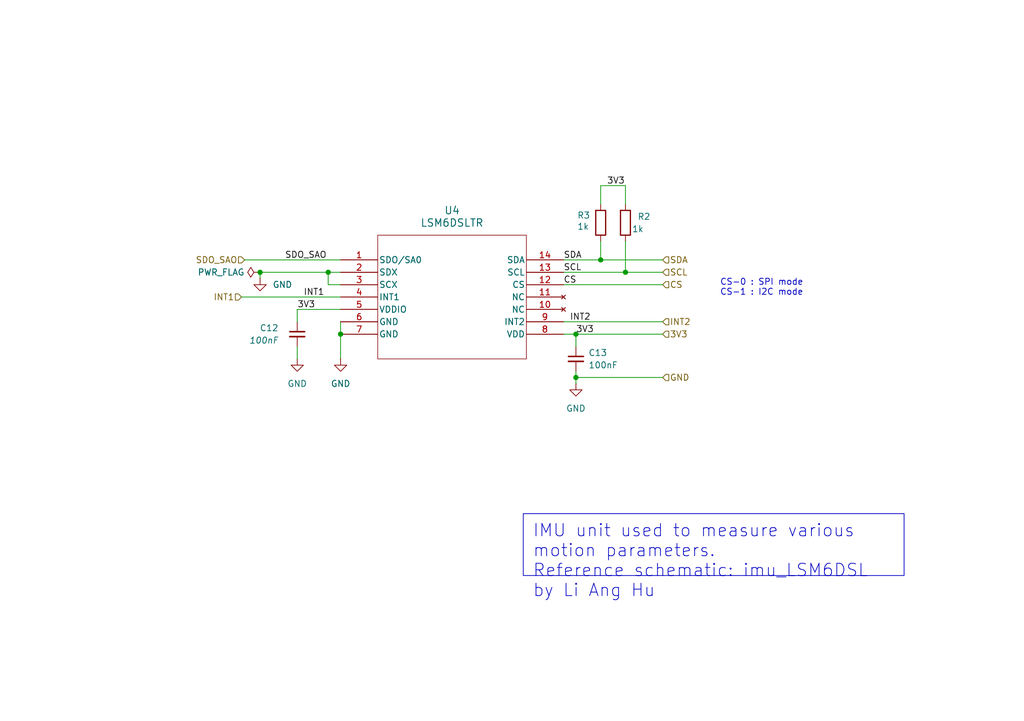
<source format=kicad_sch>
(kicad_sch (version 20231120) (generator "eeschema") (generator_version "8.0")
  (paper "A5")
  (lib_symbols
    (symbol "Device:C_Small" (pin_numbers hide) (pin_names (offset 0.254) hide)
      (property "Reference" "C" (at 0.254 1.778 0))
      (property "Value" "C_Small" (at 0.254 -2.032 0))
      (symbol "C_Small_0_1"
        (polyline (pts (xy -1.524 -0.508) (xy 1.524 -0.508)) (stroke (width 0.3302)))
        (polyline (pts (xy -1.524 0.508) (xy 1.524 0.508)) (stroke (width 0.3048)))
      )
      (symbol "C_Small_1_1"
        (pin passive line (at 0 2.54 270) (length 2.032) (name "~") (number "1"))
        (pin passive line (at 0 -2.54 90) (length 2.032) (name "~") (number "2"))
      )
    )
    (symbol "Device:R" (pin_numbers hide) (pin_names (offset 0))
      (property "Reference" "R" (at 2.032 0 90))
      (property "Value" "R" (at 0 0 90))
      (symbol "R_0_1"
        (rectangle (start -1.016 -2.54) (end 1.016 2.54) (stroke (width 0.254)))
      )
      (symbol "R_1_1"
        (pin passive line (at 0 3.81 270) (length 1.27) (name "~") (number "1"))
        (pin passive line (at 0 -3.81 90) (length 1.27) (name "~") (number "2"))
      )
    )
    (symbol "GND_1" (power) (pin_numbers hide) (pin_names (offset 0) hide)
      (property "Value" "GND" (at 0 -3.81 0))
      (symbol "GND_1_0_1"
        (polyline (pts (xy 0 0) (xy 0 -1.27) (xy 1.27 -1.27) (xy 0 -2.54) (xy -1.27 -1.27) (xy 0 -1.27)))
      )
      (symbol "GND_1_1_1"
        (pin power_in line (at 0 0 270) (length 0) (name "~") (number "1"))
      )
    )
    (symbol "imu:LSM6DSLTR" (pin_names (offset 0.254))
      (property "Reference" "U" (at 22.86 10.16 0))
      (property "Value" "LSM6DSLTR" (at 22.86 7.62 0))
      (symbol "LSM6DSLTR_0_1"
        (polyline (pts (xy 7.62 -20.32) (xy 38.1 -20.32)) (stroke (width 0.127)))
        (polyline (pts (xy 7.62 5.08) (xy 7.62 -20.32)) (stroke (width 0.127)))
        (polyline (pts (xy 38.1 -20.32) (xy 38.1 5.08)) (stroke (width 0.127)))
        (polyline (pts (xy 38.1 5.08) (xy 7.62 5.08)) (stroke (width 0.127)))
        (pin output line (at 0 0 0) (length 7.62) (name "SDO/SA0") (number "1"))
        (pin no_connect line (at 45.72 -10.16 180) (length 7.62) (name "NC") (number "10"))
        (pin no_connect line (at 45.72 -7.62 180) (length 7.62) (name "NC") (number "11"))
        (pin unspecified line (at 45.72 -5.08 180) (length 7.62) (name "CS") (number "12"))
        (pin unspecified line (at 45.72 -2.54 180) (length 7.62) (name "SCL") (number "13"))
        (pin bidirectional line (at 45.72 0 180) (length 7.62) (name "SDA") (number "14"))
        (pin unspecified line (at 0 -2.54 0) (length 7.62) (name "SDX") (number "2"))
        (pin unspecified line (at 0 -5.08 0) (length 7.62) (name "SCX") (number "3"))
        (pin unspecified line (at 0 -7.62 0) (length 7.62) (name "INT1") (number "4"))
        (pin power_in line (at 0 -10.16 0) (length 7.62) (name "VDDIO") (number "5"))
        (pin power_in line (at 0 -12.7 0) (length 7.62) (name "GND") (number "6"))
        (pin power_in line (at 0 -15.24 0) (length 7.62) (name "GND") (number "7"))
        (pin power_in line (at 45.72 -15.24 180) (length 7.62) (name "VDD") (number "8"))
        (pin unspecified line (at 45.72 -12.7 180) (length 7.62) (name "INT2") (number "9"))
      )
    )
    (symbol "power:GND" (power) (pin_numbers hide) (pin_names (offset 0) hide)
      (property "Value" "GND" (at 0 -3.81 0))
      (symbol "GND_0_1"
        (polyline (pts (xy 0 0) (xy 0 -1.27) (xy 1.27 -1.27) (xy 0 -2.54) (xy -1.27 -1.27) (xy 0 -1.27)))
      )
      (symbol "GND_1_1"
        (pin power_in line (at 0 0 270) (length 0) (name "~") (number "1"))
      )
    )
    (symbol "power:PWR_FLAG" (power) (pin_numbers hide) (pin_names (offset 0) hide)
      (property "Value" "PWR_FLAG" (at 0 3.81 0))
      (symbol "PWR_FLAG_0_0"
        (pin power_out line (at 0 0 90) (length 0) (name "~") (number "1"))
      )
      (symbol "PWR_FLAG_0_1"
        (polyline (pts (xy 0 0) (xy 0 1.27) (xy -1.016 1.905) (xy 0 2.54) (xy 1.016 1.905) (xy 0 1.27)))
      )
    )
  )
  (junction (at 118.11 68.58))
  (junction (at 123.19 53.34))
  (junction (at 53.34 55.88))
  (junction (at 69.85 68.58))
  (junction (at 128.27 55.88))
  (junction (at 118.11 77.47))
  (junction (at 67.31 55.88))
  (wire (pts (xy 123.19 38.1) (xy 123.19 41.91)))
  (wire (pts (xy 118.11 68.58) (xy 135.89 68.58)))
  (wire (pts (xy 50.165 53.34) (xy 69.85 53.34)))
  (wire (pts (xy 118.11 78.74) (xy 118.11 77.47)))
  (wire (pts (xy 123.19 49.53) (xy 123.19 53.34)))
  (wire (pts (xy 115.57 66.04) (xy 135.89 66.04)))
  (wire (pts (xy 115.57 58.42) (xy 135.89 58.42)))
  (wire (pts (xy 123.19 38.1) (xy 128.27 38.1)))
  (wire (pts (xy 67.31 55.88) (xy 69.85 55.88)))
  (wire (pts (xy 60.96 63.5) (xy 69.85 63.5)))
  (wire (pts (xy 128.27 49.53) (xy 128.27 55.88)))
  (wire (pts (xy 69.85 68.58) (xy 69.85 73.66)))
  (wire (pts (xy 118.11 77.47) (xy 135.89 77.47)))
  (wire (pts (xy 49.53 60.96) (xy 69.85 60.96)))
  (wire (pts (xy 115.57 55.88) (xy 128.27 55.88)))
  (wire (pts (xy 123.19 53.34) (xy 135.89 53.34)))
  (wire (pts (xy 60.96 71.12) (xy 60.96 73.66)))
  (wire (pts (xy 67.31 58.42) (xy 69.85 58.42)))
  (wire (pts (xy 53.34 55.88) (xy 67.31 55.88)))
  (wire (pts (xy 128.27 41.91) (xy 128.27 38.1)))
  (wire (pts (xy 69.85 66.04) (xy 69.85 68.58)))
  (wire (pts (xy 115.57 53.34) (xy 123.19 53.34)))
  (wire (pts (xy 60.96 63.5) (xy 60.96 66.04)))
  (wire (pts (xy 128.27 55.88) (xy 135.89 55.88)))
  (wire (pts (xy 67.31 55.88) (xy 67.31 58.42)))
  (wire (pts (xy 118.11 71.12) (xy 118.11 68.58)))
  (wire (pts (xy 53.34 55.88) (xy 53.34 57.15)))
  (wire (pts (xy 118.11 68.58) (xy 115.57 68.58)))
  (wire (pts (xy 118.11 77.47) (xy 118.11 76.2)))
  (text_box "IMU unit used to measure various motion parameters.\nReference schematic: imu_LSM6DSL by Li Ang Hu" (at 107.315 105.41 0) (size 78.105 12.7) (effects (font (size 2.54 2.54)) (justify left top)))
  (text "CS-0 : SPI mode\nCS-1 : I2C mode" (at 156.21 59.055 0) (effects (font (size 1.27 1.27))))
  (label "3V3" (at 118.11 68.58 0))
  (label "INT2" (at 116.84 66.04 0))
  (label "3V3" (at 124.46 38.1 0))
  (label "SDO_SAO" (at 58.42 53.34 0))
  (label "SCL" (at 115.57 55.88 0))
  (label "3V3" (at 60.96 63.5 0))
  (label "SDA" (at 115.57 53.34 0))
  (label "INT1" (at 62.23 60.96 0))
  (label "CS" (at 115.57 58.42 0))
  (hierarchical_label "CS" (shape input) (at 135.89 58.42 0))
  (hierarchical_label "INT2" (shape input) (at 135.89 66.04 0))
  (hierarchical_label "SDO_SAO" (shape input) (at 50.165 53.34 180))
  (hierarchical_label "INT1" (shape input) (at 49.53 60.96 180))
  (hierarchical_label "SCL" (shape input) (at 135.89 55.88 0))
  (hierarchical_label "3V3" (shape input) (at 135.89 68.58 0))
  (hierarchical_label "SDA" (shape input) (at 135.89 53.34 0))
  (hierarchical_label "GND" (shape input) (at 135.89 77.47 0))
  (symbol (lib_id "Device:C_Small") (at 60.96 68.58 0) (mirror y) (unit 1)
    (property "Reference" "C12" (at 57.15 67.31 0) (effects (justify left)))
    (property "Value" "100nF" (at 57.15 69.85 0) (effects (font (italic yes)) (justify left)))
    (property "Footprint" "Capacitor_SMD:C_0402_1005Metric" (effects (hide yes)))
    (property "Description" "MFR.Part # CL05B104KB54PNC JLCPCB Part # C307331" (effects (hide yes)))
  )
  (symbol (lib_name "GND_1") (lib_id "power:GND") (at 53.34 57.15 0) (unit 1)
    (property "Reference" "#PWR015" (effects (hide yes)))
    (property "Value" "GND" (at 55.88 58.4199 0) (effects (justify left)))
    (property "Description" "Power symbol creates a global label with name \"GND\" , ground" (effects (hide yes)))
  )
  (symbol (lib_id "power:GND") (at 60.96 73.66 0) (unit 1)
    (property "Reference" "#PWR016" (effects (hide yes)))
    (property "Value" "GND" (at 60.96 78.74 0))
    (property "Description" "Power symbol creates a global label with name \"GND\" , ground" (effects (hide yes)))
  )
  (symbol (lib_id "imu:LSM6DSLTR") (at 69.85 53.34 0) (unit 1)
    (property "Reference" "U4" (at 92.71 43.18 0) (effects (font (size 1.524 1.524))))
    (property "Value" "LSM6DSLTR" (at 92.71 45.72 0) (effects (font (size 1.524 1.524))))
    (property "Footprint" "Package_LGA:LGA-14_3x2.5mm_P0.5mm_LayoutBorder3x4y" (effects (hide yes)))
    (property "Datasheet" "LSM6DSLTR" (effects (hide yes)))
    (property "Description" "MFR.Part # LSM6DSLTR JLCPCB Part # C126672" (effects (hide yes)))
  )
  (symbol (lib_id "power:GND") (at 69.85 73.66 0) (unit 1)
    (property "Reference" "#PWR017" (effects (hide yes)))
    (property "Value" "GND" (at 69.85 78.74 0))
    (property "Description" "Power symbol creates a global label with name \"GND\" , ground" (effects (hide yes)))
  )
  (symbol (lib_id "power:PWR_FLAG") (at 53.34 55.88 90) (unit 1)
    (property "Reference" "#FLG04" (effects (hide yes)))
    (property "Value" "PWR_FLAG" (at 50.165 55.8799 90) (effects (justify left)))
    (property "Description" "Special symbol for telling ERC where power comes from" (effects (hide yes)))
  )
  (symbol (lib_id "Device:C_Small") (at 118.11 73.66 0) (unit 1)
    (property "Reference" "C13" (at 120.65 72.3962 0) (effects (justify left)))
    (property "Value" "100nF" (at 120.65 74.9362 0) (effects (justify left)))
    (property "Footprint" "Capacitor_SMD:C_0402_1005Metric" (effects (hide yes)))
    (property "Description" "MFR.Part # CL05B104KB54PNC JLCPCB Part # C307331" (effects (hide yes)))
  )
  (symbol (lib_id "Device:R") (at 123.19 45.72 0) (unit 1)
    (property "Reference" "R3" (at 118.364 44.196 0) (effects (justify left)))
    (property "Value" "1k" (at 118.364 46.482 0) (effects (justify left)))
    (property "Footprint" "Resistor_SMD:R_0603_1608Metric" (effects (hide yes)))
    (property "Description" "MFR.Part # 0603WAF1001T5E JLCPCB Part # C21190" (effects (hide yes)))
  )
  (symbol (lib_id "Device:R") (at 128.27 45.72 0) (unit 1)
    (property "Reference" "R2" (at 132.08 44.45 0))
    (property "Value" "1k" (at 130.81 46.99 0))
    (property "Footprint" "Resistor_SMD:R_0603_1608Metric" (effects (hide yes)))
    (property "Description" "MFR.Part # 0603WAF1001T5E JLCPCB Part # C21190" (effects (hide yes)))
  )
  (symbol (lib_id "power:GND") (at 118.11 78.74 0) (unit 1)
    (property "Reference" "#PWR018" (effects (hide yes)))
    (property "Value" "GND" (at 118.11 83.82 0))
    (property "Description" "Power symbol creates a global label with name \"GND\" , ground" (effects (hide yes)))
  )
)
</source>
